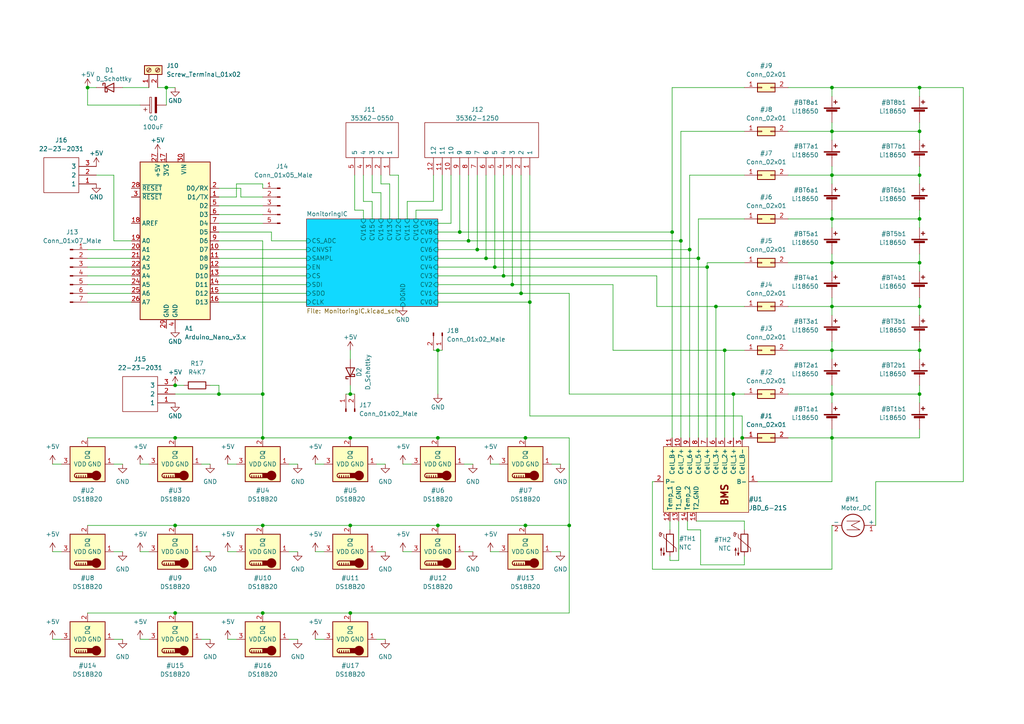
<source format=kicad_sch>
(kicad_sch (version 20211123) (generator eeschema)
  (paper "A4")
  (title_block (title "Lithium Battery Testbench") (date "2022-10-19") (rev "R02") (company "FHE / S7 Project 4 2022"))
  (lib_symbols
    (symbol "BMS:Lithium_BMS_3-10S"
      (property "Reference" "U" (at 26.67 21.59 0))
      (property "Value" "Lithium_BMS_3-10S" (at 35.56 23.495 0))
      (symbol "Lithium_BMS_3-10S_0_0"
        (text "BMS" (at 20.32 24.13 0) (effects (font (size 2 2) bold)))
      )
      (symbol "Lithium_BMS_3-10S_1_1"
        (pin bidirectional line (at 16.51 33.655 270) (length 2.54) (name "B-") (number "1"))
        (pin input line (at 3.81 11.43 0) (length 2.54) (name "Cell_7+") (number "10"))
        (pin input line (at 3.81 8.89 0) (length 2.54) (name "Cell_B+") (number "11"))
        (pin output line (at 27.94 8.255 180) (length 2.54) (name "Temp_1") (number "12"))
        (pin input line (at 27.94 10.795 180) (length 2.54) (name "T1_GND") (number "13"))
        (pin output line (at 27.94 13.335 180) (length 2.54) (name "Temp_2") (number "14"))
        (pin input line (at 27.94 15.875 180) (length 2.54) (name "T2_GND") (number "15"))
        (pin bidirectional line (at 16.51 3.81 90) (length 2.54) (name "P-") (number "2"))
        (pin input line (at 3.81 29.21 0) (length 2.54) (name "Cell_B-") (number "3"))
        (pin input line (at 3.81 26.67 0) (length 2.54) (name "Cell_1+") (number "4"))
        (pin input line (at 3.81 24.13 0) (length 2.54) (name "Cell_2+") (number "5"))
        (pin input line (at 3.81 21.59 0) (length 2.54) (name "Cell_3+") (number "6"))
        (pin input line (at 3.81 19.05 0) (length 2.54) (name "Cell_4+") (number "7"))
        (pin input line (at 3.81 16.51 0) (length 2.54) (name "Cell_5+") (number "8"))
        (pin input line (at 3.81 13.97 0) (length 2.54) (name "Cell_6+") (number "9"))
      )
    )
    (symbol "Connector:Conn_01x02_Male" (pin_names (offset 1.016) hide)
      (property "Reference" "J" (at 0 2.54 0))
      (property "Value" "Conn_01x02_Male" (at 0 -5.08 0))
      (symbol "Conn_01x02_Male_1_1"
        (pin passive line (at 5.08 0 180) (length 3.81) (name "Pin_1") (number "1"))
        (pin passive line (at 5.08 -2.54 180) (length 3.81) (name "Pin_2") (number "2"))
      )
    )
    (symbol "Connector:Conn_01x05_Male" (pin_names (offset 1.016) hide)
      (property "Reference" "J" (at 0 7.62 0))
      (property "Value" "Conn_01x05_Male" (at 0 -7.62 0))
      (symbol "Conn_01x05_Male_1_1"
        (pin passive line (at 5.08 5.08 180) (length 3.81) (name "Pin_1") (number "1"))
        (pin passive line (at 5.08 2.54 180) (length 3.81) (name "Pin_2") (number "2"))
        (pin passive line (at 5.08 0 180) (length 3.81) (name "Pin_3") (number "3"))
        (pin passive line (at 5.08 -2.54 180) (length 3.81) (name "Pin_4") (number "4"))
        (pin passive line (at 5.08 -5.08 180) (length 3.81) (name "Pin_5") (number "5"))
      )
    )
    (symbol "Connector:Conn_01x07_Male" (pin_names (offset 1.016) hide)
      (property "Reference" "J" (at 0 10.16 0))
      (property "Value" "Conn_01x07_Male" (at 0 -10.16 0))
      (symbol "Conn_01x07_Male_1_1"
        (pin passive line (at 5.08 7.62 180) (length 3.81) (name "Pin_1") (number "1"))
        (pin passive line (at 5.08 5.08 180) (length 3.81) (name "Pin_2") (number "2"))
        (pin passive line (at 5.08 2.54 180) (length 3.81) (name "Pin_3") (number "3"))
        (pin passive line (at 5.08 0 180) (length 3.81) (name "Pin_4") (number "4"))
        (pin passive line (at 5.08 -2.54 180) (length 3.81) (name "Pin_5") (number "5"))
        (pin passive line (at 5.08 -5.08 180) (length 3.81) (name "Pin_6") (number "6"))
        (pin passive line (at 5.08 -7.62 180) (length 3.81) (name "Pin_7") (number "7"))
      )
    )
    (symbol "Connector:Screw_Terminal_01x02" (pin_names (offset 1.016) hide)
      (property "Reference" "J" (at 0 2.54 0))
      (property "Value" "Screw_Terminal_01x02" (at 0 -5.08 0))
      (symbol "Screw_Terminal_01x02_1_1"
        (pin passive line (at -5.08 0 0) (length 3.81) (name "Pin_1") (number "1"))
        (pin passive line (at -5.08 -2.54 0) (length 3.81) (name "Pin_2") (number "2"))
      )
    )
    (symbol "Connector_Generic:Conn_02x01" (pin_names (offset 1.016) hide)
      (property "Reference" "J" (at 1.27 2.54 0))
      (property "Value" "Conn_02x01" (at 1.27 -2.54 0))
      (symbol "Conn_02x01_1_1"
        (pin passive line (at -5.08 0 0) (length 3.81) (name "Pin_1") (number "1"))
        (pin passive line (at 7.62 0 180) (length 3.81) (name "Pin_2") (number "2"))
      )
    )
    (symbol "Device:Battery_Cell" (pin_numbers hide) (pin_names (offset 0) hide)
      (property "Reference" "BT" (at 2.54 2.54 0))
      (property "Value" "Battery_Cell" (at 2.54 0 0))
      (symbol "Battery_Cell_1_1"
        (pin passive line (at 0 5.08 270) (length 2.54) (name "+") (number "1"))
        (pin passive line (at 0 -2.54 90) (length 2.54) (name "-") (number "2"))
      )
    )
    (symbol "Device:C_Polarized" (pin_numbers hide) (pin_names (offset 0.254))
      (property "Reference" "C" (at 0.635 2.54 0))
      (property "Value" "C_Polarized" (at 0.635 -2.54 0))
      (symbol "C_Polarized_1_1"
        (pin passive line (at 0 3.81 270) (length 2.794) (name "~") (number "1"))
        (pin passive line (at 0 -3.81 90) (length 2.794) (name "~") (number "2"))
      )
    )
    (symbol "Device:D_Schottky" (pin_numbers hide) (pin_names (offset 1.016) hide)
      (property "Reference" "D" (at 0 2.54 0))
      (property "Value" "D_Schottky" (at 0 -2.54 0))
      (symbol "D_Schottky_1_1"
        (pin passive line (at -3.81 0 0) (length 2.54) (name "K") (number "1"))
        (pin passive line (at 3.81 0 180) (length 2.54) (name "A") (number "2"))
      )
    )
    (symbol "Device:R" (pin_numbers hide) (pin_names (offset 0))
      (property "Reference" "R" (at 2.032 0 90))
      (property "Value" "R" (at 0 0 90))
      (symbol "R_1_1"
        (pin passive line (at 0 3.81 270) (length 1.27) (name "~") (number "1"))
        (pin passive line (at 0 -3.81 90) (length 1.27) (name "~") (number "2"))
      )
    )
    (symbol "Device:Thermistor_NTC" (pin_numbers hide) (pin_names (offset 0))
      (property "Reference" "TH" (at -4.445 0 90))
      (property "Value" "Thermistor_NTC" (at 3.175 0 90))
      (symbol "Thermistor_NTC_1_1"
        (pin passive line (at 0 3.81 270) (length 1.27) (name "~") (number "1"))
        (pin passive line (at 0 -3.81 90) (length 1.27) (name "~") (number "2"))
      )
    )
    (symbol "MCU_Module:Arduino_Nano_v3.x"
      (property "Reference" "A" (at -10.16 23.495 0))
      (property "Value" "Arduino_Nano_v3.x" (at 5.08 -24.13 0))
      (symbol "Arduino_Nano_v3.x_1_1"
        (pin bidirectional line (at -12.7 12.7 0) (length 2.54) (name "D1/TX") (number "1"))
        (pin bidirectional line (at -12.7 -2.54 0) (length 2.54) (name "D7") (number "10"))
        (pin bidirectional line (at -12.7 -5.08 0) (length 2.54) (name "D8") (number "11"))
        (pin bidirectional line (at -12.7 -7.62 0) (length 2.54) (name "D9") (number "12"))
        (pin bidirectional line (at -12.7 -10.16 0) (length 2.54) (name "D10") (number "13"))
        (pin bidirectional line (at -12.7 -12.7 0) (length 2.54) (name "D11") (number "14"))
        (pin bidirectional line (at -12.7 -15.24 0) (length 2.54) (name "D12") (number "15"))
        (pin bidirectional line (at -12.7 -17.78 0) (length 2.54) (name "D13") (number "16"))
        (pin power_out line (at 2.54 25.4 270) (length 2.54) (name "3V3") (number "17"))
        (pin input line (at 12.7 5.08 180) (length 2.54) (name "AREF") (number "18"))
        (pin bidirectional line (at 12.7 0 180) (length 2.54) (name "A0") (number "19"))
        (pin bidirectional line (at -12.7 15.24 0) (length 2.54) (name "D0/RX") (number "2"))
        (pin bidirectional line (at 12.7 -2.54 180) (length 2.54) (name "A1") (number "20"))
        (pin bidirectional line (at 12.7 -5.08 180) (length 2.54) (name "A2") (number "21"))
        (pin bidirectional line (at 12.7 -7.62 180) (length 2.54) (name "A3") (number "22"))
        (pin bidirectional line (at 12.7 -10.16 180) (length 2.54) (name "A4") (number "23"))
        (pin bidirectional line (at 12.7 -12.7 180) (length 2.54) (name "A5") (number "24"))
        (pin bidirectional line (at 12.7 -15.24 180) (length 2.54) (name "A6") (number "25"))
        (pin bidirectional line (at 12.7 -17.78 180) (length 2.54) (name "A7") (number "26"))
        (pin power_out line (at 5.08 25.4 270) (length 2.54) (name "+5V") (number "27"))
        (pin input line (at 12.7 15.24 180) (length 2.54) (name "~{RESET}") (number "28"))
        (pin power_in line (at 2.54 -25.4 90) (length 2.54) (name "GND") (number "29"))
        (pin input line (at 12.7 12.7 180) (length 2.54) (name "~{RESET}") (number "3"))
        (pin power_in line (at -2.54 25.4 270) (length 2.54) (name "VIN") (number "30"))
        (pin power_in line (at 0 -25.4 90) (length 2.54) (name "GND") (number "4"))
        (pin bidirectional line (at -12.7 10.16 0) (length 2.54) (name "D2") (number "5"))
        (pin bidirectional line (at -12.7 7.62 0) (length 2.54) (name "D3") (number "6"))
        (pin bidirectional line (at -12.7 5.08 0) (length 2.54) (name "D4") (number "7"))
        (pin bidirectional line (at -12.7 2.54 0) (length 2.54) (name "D5") (number "8"))
        (pin bidirectional line (at -12.7 0 0) (length 2.54) (name "D6") (number "9"))
      )
    )
    (symbol "Motor:Motor_DC" (pin_names (offset 0))
      (property "Reference" "M" (at 2.54 2.54 0))
      (property "Value" "Motor_DC" (at 2.54 -5.08 0))
      (symbol "Motor_DC_1_1"
        (pin passive line (at 0 5.08 270) (length 2.54) (name "+") (number "1"))
        (pin passive line (at 0 -7.62 90) (length 2.54) (name "-") (number "2"))
      )
    )
    (symbol "SamacSys_Parts:22-23-2031" (pin_names (offset 0.762))
      (property "Reference" "J" (at 16.51 7.62 0))
      (property "Value" "22-23-2031" (at 16.51 5.08 0))
      (symbol "22-23-2031_0_0"
        (pin passive line (at 0 0 0) (length 5.08) (name "1") (number "1"))
        (pin passive line (at 0 -2.54 0) (length 5.08) (name "2") (number "2"))
        (pin passive line (at 0 -5.08 0) (length 5.08) (name "3") (number "3"))
      )
    )
    (symbol "SamacSys_Parts:35362-0550" (pin_names (offset 0.762))
      (property "Reference" "J" (at 16.51 7.62 0))
      (property "Value" "35362-0550" (at 16.51 5.08 0))
      (symbol "35362-0550_0_0"
        (pin passive line (at 0 0 0) (length 5.08) (name "1") (number "1"))
        (pin passive line (at 0 -2.54 0) (length 5.08) (name "2") (number "2"))
        (pin passive line (at 0 -5.08 0) (length 5.08) (name "3") (number "3"))
        (pin passive line (at 0 -7.62 0) (length 5.08) (name "4") (number "4"))
        (pin passive line (at 0 -10.16 0) (length 5.08) (name "5") (number "5"))
      )
    )
    (symbol "SamacSys_Parts:35362-1250" (pin_names (offset 0.762))
      (property "Reference" "J" (at 16.51 7.62 0))
      (property "Value" "35362-1250" (at 16.51 5.08 0))
      (symbol "35362-1250_0_0"
        (pin passive line (at 0 -27.94 0) (length 5.08) (name "1") (number "1"))
        (pin passive line (at 0 -5.08 0) (length 5.08) (name "10") (number "10"))
        (pin passive line (at 0 -2.54 0) (length 5.08) (name "11") (number "11"))
        (pin passive line (at 0 0 0) (length 5.08) (name "12") (number "12"))
        (pin passive line (at 0 -25.4 0) (length 5.08) (name "2") (number "2"))
        (pin passive line (at 0 -22.86 0) (length 5.08) (name "3") (number "3"))
        (pin passive line (at 0 -20.32 0) (length 5.08) (name "4") (number "4"))
        (pin passive line (at 0 -17.78 0) (length 5.08) (name "5") (number "5"))
        (pin passive line (at 0 -15.24 0) (length 5.08) (name "6") (number "6"))
        (pin passive line (at 0 -12.7 0) (length 5.08) (name "7") (number "7"))
        (pin passive line (at 0 -10.16 0) (length 5.08) (name "8") (number "8"))
        (pin passive line (at 0 -7.62 0) (length 5.08) (name "9") (number "9"))
      )
    )
    (symbol "Sensor_Temperature:DS18B20" (pin_names (offset 1.016))
      (property "Reference" "U" (at -3.81 6.35 0))
      (property "Value" "DS18B20" (at 6.35 6.35 0))
      (symbol "DS18B20_1_1"
        (pin power_in line (at 0 -7.62 90) (length 2.54) (name "GND") (number "1"))
        (pin bidirectional line (at 7.62 0 180) (length 2.54) (name "DQ") (number "2"))
        (pin power_in line (at 0 7.62 270) (length 2.54) (name "VDD") (number "3"))
      )
    )
    (symbol "power:+5V" (power) (pin_names (offset 0))
      (property "Value" "+5V" (at 0 3.556 0))
      (symbol "+5V_1_1"
        (pin power_in line (at 0 0 90) (length 0) hide (name "+5V") (number "1"))
      )
    )
    (symbol "power:GND" (power) (pin_names (offset 0))
      (property "Value" "GND" (at 0 -3.81 0))
      (symbol "GND_1_1"
        (pin power_in line (at 0 0 270) (length 0) hide (name "GND") (number "1"))
      )
    )
  )
  (junction (at 101.6 177.8))
  (junction (at 212.725 114.3))
  (junction (at 127 127))
  (junction (at 241.3 76.2))
  (junction (at 50.8 111.76))
  (junction (at 207.645 88.9))
  (junction (at 76.2 177.8))
  (junction (at 101.6 127))
  (junction (at 152.4 127))
  (junction (at 266.7 25.4))
  (junction (at 63.5 114.3))
  (junction (at 241.3 88.9))
  (junction (at 140.97 74.93))
  (junction (at 215.265 127))
  (junction (at 266.7 101.6))
  (junction (at 135.89 69.85))
  (junction (at 148.59 82.55))
  (junction (at 241.3 38.1))
  (junction (at 50.8 152.4))
  (junction (at 143.51 77.47))
  (junction (at 266.7 114.3))
  (junction (at 202.565 74.93))
  (junction (at 205.105 77.47))
  (junction (at 266.7 38.1))
  (junction (at 165.1 152.4))
  (junction (at 266.7 76.2))
  (junction (at 151.13 85.09))
  (junction (at 266.7 63.5))
  (junction (at 241.3 127))
  (junction (at 138.43 72.39))
  (junction (at 210.185 101.6))
  (junction (at 76.2 127))
  (junction (at 241.3 114.3))
  (junction (at 127 152.4))
  (junction (at 101.6 152.4))
  (junction (at 266.7 50.8))
  (junction (at 50.8 127))
  (junction (at 133.35 67.31))
  (junction (at 241.3 101.6))
  (junction (at 127 101.6))
  (junction (at 153.67 87.63))
  (junction (at 50.8 177.8))
  (junction (at 76.2 152.4))
  (junction (at 200.025 72.39))
  (junction (at 146.05 80.01))
  (junction (at 241.3 63.5))
  (junction (at 25.4 25.4))
  (junction (at 152.4 152.4))
  (junction (at 76.2 114.3))
  (junction (at 241.3 50.8))
  (junction (at 241.3 25.4))
  (junction (at 48.26 25.4))
  (junction (at 197.485 69.85))
  (junction (at 101.6 114.3))
  (junction (at 194.945 67.31))
  (junction (at 266.7 88.9))
  (wire (pts (xy 177.8 101.6) (xy 177.8 82.55)))
  (wire (pts (xy 210.185 101.6) (xy 177.8 101.6)))
  (wire (pts (xy 200.025 50.8) (xy 200.025 72.39)))
  (wire (pts (xy 63.5 59.69) (xy 76.2 59.69)))
  (wire (pts (xy 266.7 48.26) (xy 266.7 50.8)))
  (wire (pts (xy 127 101.6) (xy 127 114.3)))
  (wire (pts (xy 138.43 72.39) (xy 200.025 72.39)))
  (wire (pts (xy 241.3 127) (xy 266.7 127)))
  (wire (pts (xy 241.3 139.7) (xy 241.3 127)))
  (wire (pts (xy 101.6 114.3) (xy 102.87 114.3)))
  (wire (pts (xy 205.105 127) (xy 205.105 77.47)))
  (wire (pts (xy 125.73 101.6) (xy 127 101.6)))
  (wire (pts (xy 45.72 25.4) (xy 48.26 25.4)))
  (wire (pts (xy 76.2 69.85) (xy 63.5 69.85)))
  (wire (pts (xy 202.565 74.93) (xy 202.565 127)))
  (wire (pts (xy 203.2 153.67) (xy 203.2 163.83)))
  (wire (pts (xy 254 139.7) (xy 279.4 139.7)))
  (wire (pts (xy 118.11 58.42) (xy 118.11 63.5)))
  (wire (pts (xy 228.6 25.4) (xy 241.3 25.4)))
  (wire (pts (xy 140.97 74.93) (xy 127 74.93)))
  (wire (pts (xy 140.97 50.8) (xy 140.97 74.93)))
  (wire (pts (xy 116.84 160.02) (xy 119.38 160.02)))
  (wire (pts (xy 241.3 25.4) (xy 266.7 25.4)))
  (wire (pts (xy 25.4 127) (xy 50.8 127)))
  (wire (pts (xy 152.4 152.4) (xy 165.1 152.4)))
  (wire (pts (xy 202.565 63.5) (xy 202.565 74.93)))
  (wire (pts (xy 91.44 185.42) (xy 93.98 185.42)))
  (wire (pts (xy 128.27 60.96) (xy 120.65 60.96)))
  (wire (pts (xy 133.35 67.31) (xy 194.945 67.31)))
  (wire (pts (xy 15.24 134.62) (xy 17.78 134.62)))
  (wire (pts (xy 228.6 76.2) (xy 241.3 76.2)))
  (wire (pts (xy 190.5 88.9) (xy 190.5 80.01)))
  (wire (pts (xy 83.82 185.42) (xy 86.36 185.42)))
  (wire (pts (xy 109.22 134.62) (xy 111.76 134.62)))
  (wire (pts (xy 27.94 50.8) (xy 33.02 50.8)))
  (wire (pts (xy 241.3 114.3) (xy 266.7 114.3)))
  (wire (pts (xy 125.73 58.42) (xy 118.11 58.42)))
  (wire (pts (xy 219.71 139.7) (xy 241.3 139.7)))
  (wire (pts (xy 133.35 67.31) (xy 127 67.31)))
  (wire (pts (xy 241.3 124.46) (xy 241.3 127)))
  (wire (pts (xy 25.4 152.4) (xy 50.8 152.4)))
  (wire (pts (xy 76.2 152.4) (xy 101.6 152.4)))
  (wire (pts (xy 203.2 163.83) (xy 215.9 163.83)))
  (wire (pts (xy 25.4 80.01) (xy 38.1 80.01)))
  (wire (pts (xy 25.4 30.48) (xy 25.4 25.4)))
  (wire (pts (xy 160.02 134.62) (xy 162.56 134.62)))
  (wire (pts (xy 207.645 127) (xy 207.645 88.9)))
  (wire (pts (xy 127 127) (xy 152.4 127)))
  (wire (pts (xy 266.7 63.5) (xy 266.7 66.04)))
  (wire (pts (xy 40.64 134.62) (xy 43.18 134.62)))
  (wire (pts (xy 91.44 160.02) (xy 93.98 160.02)))
  (wire (pts (xy 146.05 80.01) (xy 127 80.01)))
  (wire (pts (xy 101.6 127) (xy 127 127)))
  (wire (pts (xy 266.7 50.8) (xy 266.7 53.34)))
  (wire (pts (xy 133.35 50.8) (xy 133.35 67.31)))
  (wire (pts (xy 241.3 114.3) (xy 241.3 116.84)))
  (wire (pts (xy 69.85 57.15) (xy 76.2 57.15)))
  (wire (pts (xy 194.945 67.31) (xy 194.945 25.4)))
  (wire (pts (xy 241.3 50.8) (xy 241.3 53.34)))
  (wire (pts (xy 130.81 50.8) (xy 130.81 64.77)))
  (wire (pts (xy 199.39 153.67) (xy 203.2 153.67)))
  (wire (pts (xy 241.3 63.5) (xy 266.7 63.5)))
  (wire (pts (xy 76.2 177.8) (xy 101.6 177.8)))
  (wire (pts (xy 135.89 69.85) (xy 127 69.85)))
  (wire (pts (xy 125.73 50.8) (xy 125.73 58.42)))
  (wire (pts (xy 66.04 185.42) (xy 68.58 185.42)))
  (wire (pts (xy 107.95 50.8) (xy 107.95 55.88)))
  (wire (pts (xy 228.6 127) (xy 241.3 127)))
  (wire (pts (xy 228.6 101.6) (xy 241.3 101.6)))
  (wire (pts (xy 63.5 72.39) (xy 88.9 72.39)))
  (wire (pts (xy 207.645 88.9) (xy 215.9 88.9)))
  (wire (pts (xy 153.67 120.65) (xy 153.67 87.63)))
  (wire (pts (xy 25.4 74.93) (xy 38.1 74.93)))
  (wire (pts (xy 194.945 25.4) (xy 215.9 25.4)))
  (wire (pts (xy 134.62 134.62) (xy 137.16 134.62)))
  (wire (pts (xy 33.02 185.42) (xy 35.56 185.42)))
  (wire (pts (xy 228.6 50.8) (xy 241.3 50.8)))
  (wire (pts (xy 40.64 160.02) (xy 43.18 160.02)))
  (wire (pts (xy 254 152.4) (xy 254 139.7)))
  (wire (pts (xy 241.3 101.6) (xy 266.7 101.6)))
  (wire (pts (xy 215.265 127) (xy 215.9 127)))
  (wire (pts (xy 135.89 50.8) (xy 135.89 69.85)))
  (wire (pts (xy 15.24 185.42) (xy 17.78 185.42)))
  (wire (pts (xy 63.5 64.77) (xy 76.2 64.77)))
  (wire (pts (xy 160.02 160.02) (xy 162.56 160.02)))
  (wire (pts (xy 102.87 60.96) (xy 105.41 60.96)))
  (wire (pts (xy 228.6 114.3) (xy 241.3 114.3)))
  (wire (pts (xy 196.85 162.56) (xy 194.31 162.56)))
  (wire (pts (xy 241.3 38.1) (xy 266.7 38.1)))
  (wire (pts (xy 241.3 50.8) (xy 266.7 50.8)))
  (wire (pts (xy 58.42 134.62) (xy 60.96 134.62)))
  (wire (pts (xy 205.105 77.47) (xy 205.105 76.2)))
  (wire (pts (xy 63.5 80.01) (xy 88.9 80.01)))
  (wire (pts (xy 107.95 58.42) (xy 107.95 63.5)))
  (wire (pts (xy 25.4 77.47) (xy 38.1 77.47)))
  (wire (pts (xy 189.23 165.1) (xy 189.23 139.7)))
  (wire (pts (xy 241.3 38.1) (xy 241.3 40.64)))
  (wire (pts (xy 215.265 120.65) (xy 215.265 127)))
  (wire (pts (xy 190.5 80.01) (xy 146.05 80.01)))
  (wire (pts (xy 228.6 38.1) (xy 241.3 38.1)))
  (wire (pts (xy 78.74 69.85) (xy 88.9 69.85)))
  (wire (pts (xy 212.725 114.3) (xy 165.1 114.3)))
  (wire (pts (xy 68.58 53.34) (xy 76.2 53.34)))
  (wire (pts (xy 266.7 60.96) (xy 266.7 63.5)))
  (wire (pts (xy 241.3 86.36) (xy 241.3 88.9)))
  (wire (pts (xy 91.44 134.62) (xy 93.98 134.62)))
  (wire (pts (xy 25.4 85.09) (xy 38.1 85.09)))
  (wire (pts (xy 25.4 25.4) (xy 27.94 25.4)))
  (wire (pts (xy 197.485 69.85) (xy 197.485 127)))
  (wire (pts (xy 241.3 165.1) (xy 241.3 152.4)))
  (wire (pts (xy 50.8 127) (xy 76.2 127)))
  (wire (pts (xy 266.7 76.2) (xy 266.7 78.74)))
  (wire (pts (xy 207.645 88.9) (xy 190.5 88.9)))
  (wire (pts (xy 33.02 134.62) (xy 35.56 134.62)))
  (wire (pts (xy 196.85 151.13) (xy 196.85 162.56)))
  (wire (pts (xy 142.24 160.02) (xy 144.78 160.02)))
  (wire (pts (xy 197.485 38.1) (xy 197.485 69.85)))
  (wire (pts (xy 101.6 114.3) (xy 100.33 114.3)))
  (wire (pts (xy 138.43 50.8) (xy 138.43 72.39)))
  (wire (pts (xy 101.6 152.4) (xy 127 152.4)))
  (wire (pts (xy 63.5 87.63) (xy 88.9 87.63)))
  (wire (pts (xy 101.6 111.76) (xy 101.6 114.3)))
  (wire (pts (xy 241.3 99.06) (xy 241.3 101.6)))
  (wire (pts (xy 241.3 60.96) (xy 241.3 63.5)))
  (wire (pts (xy 78.74 67.31) (xy 78.74 69.85)))
  (wire (pts (xy 63.5 62.23) (xy 76.2 62.23)))
  (wire (pts (xy 50.8 111.76) (xy 53.34 111.76)))
  (wire (pts (xy 76.2 114.3) (xy 76.2 127)))
  (wire (pts (xy 177.8 82.55) (xy 148.59 82.55)))
  (wire (pts (xy 143.51 50.8) (xy 143.51 77.47)))
  (wire (pts (xy 40.64 30.48) (xy 25.4 30.48)))
  (wire (pts (xy 134.62 160.02) (xy 137.16 160.02)))
  (wire (pts (xy 35.56 25.4) (xy 43.18 25.4)))
  (wire (pts (xy 15.24 160.02) (xy 17.78 160.02)))
  (wire (pts (xy 241.3 76.2) (xy 266.7 76.2)))
  (wire (pts (xy 102.87 50.8) (xy 102.87 60.96)))
  (wire (pts (xy 153.67 87.63) (xy 127 87.63)))
  (wire (pts (xy 228.6 63.5) (xy 241.3 63.5)))
  (wire (pts (xy 215.265 120.65) (xy 153.67 120.65)))
  (wire (pts (xy 63.5 77.47) (xy 88.9 77.47)))
  (wire (pts (xy 105.41 60.96) (xy 105.41 63.5)))
  (wire (pts (xy 69.85 54.61) (xy 69.85 57.15)))
  (wire (pts (xy 197.485 38.1) (xy 215.9 38.1)))
  (wire (pts (xy 165.1 152.4) (xy 165.1 177.8)))
  (wire (pts (xy 146.05 50.8) (xy 146.05 80.01)))
  (wire (pts (xy 60.96 111.76) (xy 63.5 111.76)))
  (wire (pts (xy 194.31 151.13) (xy 194.31 153.67)))
  (wire (pts (xy 50.8 114.3) (xy 63.5 114.3)))
  (wire (pts (xy 266.7 127) (xy 266.7 124.46)))
  (wire (pts (xy 113.03 53.34) (xy 113.03 63.5)))
  (wire (pts (xy 25.4 82.55) (xy 38.1 82.55)))
  (wire (pts (xy 105.41 50.8) (xy 105.41 58.42)))
  (wire (pts (xy 241.3 88.9) (xy 241.3 91.44)))
  (wire (pts (xy 266.7 88.9) (xy 266.7 91.44)))
  (wire (pts (xy 200.025 72.39) (xy 200.025 127)))
  (wire (pts (xy 66.04 134.62) (xy 68.58 134.62)))
  (wire (pts (xy 148.59 50.8) (xy 148.59 82.55)))
  (wire (pts (xy 212.725 114.3) (xy 215.9 114.3)))
  (wire (pts (xy 241.3 63.5) (xy 241.3 66.04)))
  (wire (pts (xy 109.22 185.42) (xy 111.76 185.42)))
  (wire (pts (xy 116.84 134.62) (xy 119.38 134.62)))
  (wire (pts (xy 63.5 82.55) (xy 88.9 82.55)))
  (wire (pts (xy 266.7 38.1) (xy 266.7 40.64)))
  (wire (pts (xy 194.31 162.56) (xy 194.31 161.29)))
  (wire (pts (xy 63.5 85.09) (xy 88.9 85.09)))
  (wire (pts (xy 189.23 139.7) (xy 189.865 139.7)))
  (wire (pts (xy 210.185 101.6) (xy 215.9 101.6)))
  (wire (pts (xy 83.82 160.02) (xy 86.36 160.02)))
  (wire (pts (xy 241.3 76.2) (xy 241.3 78.74)))
  (wire (pts (xy 115.57 50.8) (xy 115.57 63.5)))
  (wire (pts (xy 66.04 160.02) (xy 68.58 160.02)))
  (wire (pts (xy 48.26 25.4) (xy 48.26 30.48)))
  (wire (pts (xy 63.5 74.93) (xy 88.9 74.93)))
  (wire (pts (xy 25.4 72.39) (xy 38.1 72.39)))
  (wire (pts (xy 140.97 74.93) (xy 202.565 74.93)))
  (wire (pts (xy 165.1 114.3) (xy 165.1 85.09)))
  (wire (pts (xy 197.485 69.85) (xy 135.89 69.85)))
  (wire (pts (xy 25.4 87.63) (xy 38.1 87.63)))
  (wire (pts (xy 201.93 151.13) (xy 215.9 151.13)))
  (wire (pts (xy 266.7 114.3) (xy 266.7 116.84)))
  (wire (pts (xy 127 101.6) (xy 128.27 101.6)))
  (wire (pts (xy 228.6 88.9) (xy 241.3 88.9)))
  (wire (pts (xy 113.03 50.8) (xy 115.57 50.8)))
  (wire (pts (xy 109.22 160.02) (xy 111.76 160.02)))
  (wire (pts (xy 241.3 111.76) (xy 241.3 114.3)))
  (wire (pts (xy 83.82 134.62) (xy 86.36 134.62)))
  (wire (pts (xy 63.5 67.31) (xy 78.74 67.31)))
  (wire (pts (xy 120.65 60.96) (xy 120.65 63.5)))
  (wire (pts (xy 130.81 64.77) (xy 127 64.77)))
  (wire (pts (xy 48.26 25.4) (xy 50.8 25.4)))
  (wire (pts (xy 127 152.4) (xy 152.4 152.4)))
  (wire (pts (xy 76.2 53.34) (xy 76.2 54.61)))
  (wire (pts (xy 40.64 185.42) (xy 43.18 185.42)))
  (wire (pts (xy 58.42 160.02) (xy 60.96 160.02)))
  (wire (pts (xy 266.7 35.56) (xy 266.7 38.1)))
  (wire (pts (xy 165.1 177.8) (xy 101.6 177.8)))
  (wire (pts (xy 50.8 152.4) (xy 76.2 152.4)))
  (wire (pts (xy 202.565 63.5) (xy 215.9 63.5)))
  (wire (pts (xy 165.1 152.4) (xy 165.1 127)))
  (wire (pts (xy 266.7 111.76) (xy 266.7 114.3)))
  (wire (pts (xy 33.02 69.85) (xy 38.1 69.85)))
  (wire (pts (xy 143.51 77.47) (xy 127 77.47)))
  (wire (pts (xy 279.4 25.4) (xy 266.7 25.4)))
  (wire (pts (xy 205.105 76.2) (xy 215.9 76.2)))
  (wire (pts (xy 266.7 25.4) (xy 266.7 27.94)))
  (wire (pts (xy 241.3 88.9) (xy 266.7 88.9)))
  (wire (pts (xy 63.5 57.15) (xy 68.58 57.15)))
  (wire (pts (xy 241.3 25.4) (xy 241.3 27.94)))
  (wire (pts (xy 266.7 99.06) (xy 266.7 101.6)))
  (wire (pts (xy 189.23 165.1) (xy 241.3 165.1)))
  (wire (pts (xy 76.2 127) (xy 101.6 127)))
  (wire (pts (xy 212.725 114.3) (xy 212.725 127)))
  (wire (pts (xy 200.025 50.8) (xy 215.9 50.8)))
  (wire (pts (xy 110.49 50.8) (xy 110.49 53.34)))
  (wire (pts (xy 266.7 101.6) (xy 266.7 104.14)))
  (wire (pts (xy 138.43 72.39) (xy 127 72.39)))
  (wire (pts (xy 266.7 88.9) (xy 266.7 86.36)))
  (wire (pts (xy 50.8 177.8) (xy 76.2 177.8)))
  (wire (pts (xy 241.3 48.26) (xy 241.3 50.8)))
  (wire (pts (xy 110.49 55.88) (xy 110.49 63.5)))
  (wire (pts (xy 266.7 73.66) (xy 266.7 76.2)))
  (wire (pts (xy 142.24 134.62) (xy 144.78 134.62)))
  (wire (pts (xy 153.67 50.8) (xy 153.67 87.63)))
  (wire (pts (xy 194.945 127) (xy 194.945 67.31)))
  (wire (pts (xy 279.4 139.7) (xy 279.4 25.4)))
  (wire (pts (xy 165.1 85.09) (xy 151.13 85.09)))
  (wire (pts (xy 143.51 77.47) (xy 205.105 77.47)))
  (wire (pts (xy 199.39 151.13) (xy 199.39 153.67)))
  (wire (pts (xy 105.41 58.42) (xy 107.95 58.42)))
  (wire (pts (xy 33.02 160.02) (xy 35.56 160.02)))
  (wire (pts (xy 151.13 50.8) (xy 151.13 85.09)))
  (wire (pts (xy 63.5 114.3) (xy 76.2 114.3)))
  (wire (pts (xy 165.1 127) (xy 152.4 127)))
  (wire (pts (xy 215.9 161.29) (xy 215.9 163.83)))
  (wire (pts (xy 151.13 85.09) (xy 127 85.09)))
  (wire (pts (xy 25.4 177.8) (xy 50.8 177.8)))
  (wire (pts (xy 58.42 185.42) (xy 60.96 185.42)))
  (wire (pts (xy 76.2 114.3) (xy 76.2 69.85)))
  (wire (pts (xy 33.02 50.8) (xy 33.02 69.85)))
  (wire (pts (xy 128.27 50.8) (xy 128.27 60.96)))
  (wire (pts (xy 241.3 35.56) (xy 241.3 38.1)))
  (wire (pts (xy 148.59 82.55) (xy 127 82.55)))
  (wire (pts (xy 215.9 151.13) (xy 215.9 153.67)))
  (wire (pts (xy 63.5 54.61) (xy 69.85 54.61)))
  (wire (pts (xy 241.3 73.66) (xy 241.3 76.2)))
  (wire (pts (xy 210.185 127) (xy 210.185 101.6)))
  (wire (pts (xy 107.95 55.88) (xy 110.49 55.88)))
  (wire (pts (xy 241.3 101.6) (xy 241.3 104.14)))
  (wire (pts (xy 110.49 53.34) (xy 113.03 53.34)))
  (wire (pts (xy 63.5 111.76) (xy 63.5 114.3)))
  (wire (pts (xy 68.58 57.15) (xy 68.58 53.34)))
  (wire (pts (xy 101.6 101.6) (xy 101.6 104.14)))
  (symbol (lib_id "MCU_Module:Arduino_Nano_v3.x") (at 50.8 69.85 0) (mirror y) (unit 1)
    (property "Reference" "A1" (at 53.5687 95.25 0) (effects (justify right)))
    (property "Value" "Arduino_Nano_v3.x" (at 53.5687 97.79 0) (effects (justify right)))
    (property "Footprint" "Module:Arduino_Nano" (effects hide))
    (property "Datasheet" "http://www.mouser.com/pdfdocs/Gravitech_Arduino_Nano3_0.pdf" (effects hide))
  )
  (symbol (lib_id "Connector_Generic:Conn_02x01") (at 220.98 63.5 0) (unit 1)
    (property "Reference" "#J6" (at 222.25 57.15 0))
    (property "Value" "Conn_02x01" (at 222.25 59.69 0))
  )
  (symbol (lib_id "Device:Battery_Cell") (at 266.7 121.92 0) (unit 1)
    (property "Reference" "#BT1b1" (at 262.89 118.6179 0) (effects (justify right)))
    (property "Value" "Li18650" (at 262.89 121.1579 0) (effects (justify right)))
  )
  (symbol (lib_id "power:GND") (at 60.96 134.62 0) (unit 1)
    (property "Reference" "#PWR0121" (effects hide))
    (property "Value" "GND" (at 60.96 139.7 0))
  )
  (symbol (lib_id "Connector:Conn_01x07_Male") (at 20.32 80.01 0) (unit 1)
    (property "Reference" "J13" (at 20.955 67.31 0))
    (property "Value" "Conn_01x07_Male" (at 20.955 69.85 0))
    (property "Footprint" "Connector_PinHeader_2.54mm:PinHeader_1x07_P2.54mm_Vertical" (effects hide))
  )
  (symbol (lib_id "SamacSys_Parts:35362-1250") (at 125.73 50.8 90) (unit 1)
    (property "Reference" "J12" (at 138.43 31.75 90))
    (property "Value" "35362-1250" (at 138.43 34.29 90))
    (property "Footprint" "SamacSys_Parts:353621250" (effects hide))
    (property "Datasheet" "https://www.molex.com/pdm_docs/sd/353621250_sd.pdf" (effects hide))
    (property "Description" "Headers & Wire Housings 12 Ckt Vert. Hdr. Sherlock W-T-B" (effects hide))
    (property "Height" "8.7" (effects hide))
    (property "Manufacturer_Name" "Molex" (effects hide))
    (property "Manufacturer_Part_Number" "35362-1250" (effects hide))
    (property "Mouser Part Number" "538-35362-1250" (effects hide))
    (property "Mouser Price/Stock" "https://www.mouser.co.uk/ProductDetail/Molex/35362-1250?qs=hKT1rQ23qvjLS3wcTx5tWQ%3D%3D" (effects hide))
  )
  (symbol (lib_id "Device:Battery_Cell") (at 266.7 71.12 0) (unit 1)
    (property "Reference" "#BT5b1" (at 262.89 67.8179 0) (effects (justify right)))
    (property "Value" "Li18650" (at 262.89 70.3579 0) (effects (justify right)))
  )
  (symbol (lib_id "SamacSys_Parts:35362-0550") (at 113.03 50.8 270) (mirror x) (unit 1)
    (property "Reference" "J11" (at 105.41 31.75 90) (effects (justify left)))
    (property "Value" "35362-0550" (at 101.6 34.29 90) (effects (justify left)))
    (property "Footprint" "SamacSys_Parts:SHDR5W50P0X200_1X5_1230X550X850P" (effects hide))
    (property "Datasheet" "https://datasheet.datasheetarchive.com/originals/distributors/SFDatasheet-1/sf-00031605.pdf" (effects hide))
    (property "Description" "Molex 35362 Series, 2mm Pitch 5 Way 1 Row Straight PCB Header, Solder Termination, 2A" (effects hide))
    (property "Height" "8.5" (effects hide))
    (property "Manufacturer_Name" "Molex" (effects hide))
    (property "Manufacturer_Part_Number" "35362-0550" (effects hide))
    (property "Mouser Part Number" "538-35362-0550" (effects hide))
    (property "Mouser Price/Stock" "https://www.mouser.co.uk/ProductDetail/Molex/35362-0550?qs=hKT1rQ23qvjdrcs3pLkKOQ%3D%3D" (effects hide))
  )
  (symbol (lib_id "Device:Battery_Cell") (at 266.7 33.02 0) (unit 1)
    (property "Reference" "#BT8b1" (at 262.89 29.7179 0) (effects (justify right)))
    (property "Value" "Li18650" (at 262.89 32.2579 0) (effects (justify right)))
  )
  (symbol (lib_id "Connector:Conn_01x02_Male") (at 100.33 119.38 90) (unit 1)
    (property "Reference" "J17" (at 104.14 117.4749 90) (effects (justify right)))
    (property "Value" "Conn_01x02_Male" (at 104.14 120.0149 90) (effects (justify right)))
    (property "Footprint" "Connector_PinHeader_2.54mm:PinHeader_1x02_P2.54mm_Vertical" (effects hide))
  )
  (symbol (lib_id "Sensor_Temperature:DS18B20") (at 152.4 134.62 90) (unit 1)
    (property "Reference" "#U7" (at 152.4 142.24 90))
    (property "Value" "DS18B20" (at 152.4 144.78 90))
    (property "Footprint" "Package_TO_SOT_THT:TO-92_Inline" (effects hide))
    (property "Datasheet" "http://datasheets.maximintegrated.com/en/ds/DS18B20.pdf" (effects hide))
  )
  (symbol (lib_id "Sensor_Temperature:DS18B20") (at 76.2 160.02 90) (unit 1)
    (property "Reference" "#U10" (at 76.2 167.64 90))
    (property "Value" "DS18B20" (at 76.2 170.18 90))
    (property "Footprint" "Package_TO_SOT_THT:TO-92_Inline" (effects hide))
    (property "Datasheet" "http://datasheets.maximintegrated.com/en/ds/DS18B20.pdf" (effects hide))
  )
  (symbol (lib_id "power:+5V") (at 40.64 185.42 0) (unit 1)
    (property "Reference" "#PWR0113" (effects hide))
    (property "Value" "+5V" (at 40.64 180.34 0))
  )
  (symbol (lib_id "power:+5V") (at 91.44 160.02 0) (unit 1)
    (property "Reference" "#PWR0126" (effects hide))
    (property "Value" "+5V" (at 91.44 154.94 0))
  )
  (symbol (lib_id "Sensor_Temperature:DS18B20") (at 101.6 185.42 90) (unit 1)
    (property "Reference" "#U17" (at 101.6 193.04 90))
    (property "Value" "DS18B20" (at 101.6 195.58 90))
    (property "Footprint" "Package_TO_SOT_THT:TO-92_Inline" (effects hide))
    (property "Datasheet" "http://datasheets.maximintegrated.com/en/ds/DS18B20.pdf" (effects hide))
  )
  (symbol (lib_id "Device:Battery_Cell") (at 241.3 96.52 0) (unit 1)
    (property "Reference" "#BT3a1" (at 237.49 93.2179 0) (effects (justify right)))
    (property "Value" "Li18650" (at 237.49 95.7579 0) (effects (justify right)))
  )
  (symbol (lib_id "power:+5V") (at 91.44 185.42 0) (unit 1)
    (property "Reference" "#PWR0131" (effects hide))
    (property "Value" "+5V" (at 91.44 180.34 0))
  )
  (symbol (lib_id "power:GND") (at 35.56 185.42 0) (unit 1)
    (property "Reference" "#PWR0114" (effects hide))
    (property "Value" "GND" (at 35.56 190.5 0))
  )
  (symbol (lib_id "power:GND") (at 137.16 160.02 0) (unit 1)
    (property "Reference" "#PWR0137" (effects hide))
    (property "Value" "GND" (at 137.16 165.1 0))
  )
  (symbol (lib_id "Sensor_Temperature:DS18B20") (at 76.2 134.62 90) (unit 1)
    (property "Reference" "#U4" (at 76.2 142.24 90))
    (property "Value" "DS18B20" (at 76.2 144.78 90))
    (property "Footprint" "Package_TO_SOT_THT:TO-92_Inline" (effects hide))
    (property "Datasheet" "http://datasheets.maximintegrated.com/en/ds/DS18B20.pdf" (effects hide))
  )
  (symbol (lib_id "Device:Battery_Cell") (at 266.7 58.42 0) (unit 1)
    (property "Reference" "#BT6b1" (at 262.89 55.1179 0) (effects (justify right)))
    (property "Value" "Li18650" (at 262.89 57.6579 0) (effects (justify right)))
  )
  (symbol (lib_id "power:GND") (at 35.56 160.02 0) (unit 1)
    (property "Reference" "#PWR0111" (effects hide))
    (property "Value" "GND" (at 35.56 165.1 0))
  )
  (symbol (lib_id "power:+5V") (at 116.84 134.62 0) (unit 1)
    (property "Reference" "#PWR0124" (effects hide))
    (property "Value" "+5V" (at 116.84 129.54 0))
  )
  (symbol (lib_id "Device:D_Schottky") (at 101.6 107.95 90) (unit 1)
    (property "Reference" "D2" (at 104.14 107.95 0))
    (property "Value" "D_Schottky" (at 106.68 107.95 0))
    (property "Footprint" "SamacSys_Parts:SOD2512X115N" (effects hide))
  )
  (symbol (lib_id "Device:Battery_Cell") (at 241.3 71.12 0) (unit 1)
    (property "Reference" "#BT5a1" (at 237.49 67.8179 0) (effects (justify right)))
    (property "Value" "Li18650" (at 237.49 70.3579 0) (effects (justify right)))
  )
  (symbol (lib_id "Device:Battery_Cell") (at 266.7 45.72 0) (unit 1)
    (property "Reference" "#BT7b1" (at 262.89 42.4179 0) (effects (justify right)))
    (property "Value" "Li18650" (at 262.89 44.9579 0) (effects (justify right)))
  )
  (symbol (lib_id "power:GND") (at 127 114.3 0) (unit 1)
    (property "Reference" "#PWR0129" (effects hide))
    (property "Value" "GND" (at 127 118.11 0))
  )
  (symbol (lib_id "power:+5V") (at 15.24 185.42 0) (unit 1)
    (property "Reference" "#PWR0116" (effects hide))
    (property "Value" "+5V" (at 15.24 180.34 0))
  )
  (symbol (lib_id "Device:Battery_Cell") (at 266.7 83.82 0) (unit 1)
    (property "Reference" "#BT4b1" (at 262.89 80.5179 0) (effects (justify right)))
    (property "Value" "Li18650" (at 262.89 83.0579 0) (effects (justify right)))
  )
  (symbol (lib_id "power:GND") (at 50.8 116.84 0) (unit 1)
    (property "Reference" "#PWR0141" (effects hide))
    (property "Value" "GND" (at 50.8 120.65 0))
  )
  (symbol (lib_id "power:+5V") (at 15.24 134.62 0) (unit 1)
    (property "Reference" "#PWR0118" (effects hide))
    (property "Value" "+5V" (at 15.24 129.54 0))
  )
  (symbol (lib_id "Device:Battery_Cell") (at 266.7 109.22 0) (unit 1)
    (property "Reference" "#BT2b1" (at 262.89 105.9179 0) (effects (justify right)))
    (property "Value" "Li18650" (at 262.89 108.4579 0) (effects (justify right)))
  )
  (symbol (lib_id "Connector:Conn_01x05_Male") (at 81.28 59.69 0) (mirror y) (unit 1)
    (property "Reference" "J14" (at 80.01 48.26 0) (effects (justify right)))
    (property "Value" "Conn_01x05_Male" (at 73.66 50.8 0) (effects (justify right)))
  )
  (symbol (lib_id "power:GND") (at 50.8 95.25 0) (unit 1)
    (property "Reference" "#PWR0139" (effects hide))
    (property "Value" "GND" (at 50.8 99.06 0))
  )
  (symbol (lib_id "power:+5V") (at 40.64 134.62 0) (unit 1)
    (property "Reference" "#PWR0117" (effects hide))
    (property "Value" "+5V" (at 40.64 129.54 0))
  )
  (symbol (lib_id "Device:Battery_Cell") (at 266.7 96.52 0) (unit 1)
    (property "Reference" "#BT3b1" (at 262.89 93.2179 0) (effects (justify right)))
    (property "Value" "Li18650" (at 262.89 95.7579 0) (effects (justify right)))
  )
  (symbol (lib_id "Sensor_Temperature:DS18B20") (at 101.6 160.02 90) (unit 1)
    (property "Reference" "#U11" (at 101.6 167.64 90))
    (property "Value" "DS18B20" (at 101.6 170.18 90))
    (property "Footprint" "Package_TO_SOT_THT:TO-92_Inline" (effects hide))
    (property "Datasheet" "http://datasheets.maximintegrated.com/en/ds/DS18B20.pdf" (effects hide))
  )
  (symbol (lib_id "Sensor_Temperature:DS18B20") (at 25.4 185.42 90) (unit 1)
    (property "Reference" "#U14" (at 25.4 193.04 90))
    (property "Value" "DS18B20" (at 25.4 195.58 90))
    (property "Footprint" "Package_TO_SOT_THT:TO-92_Inline" (effects hide))
    (property "Datasheet" "http://datasheets.maximintegrated.com/en/ds/DS18B20.pdf" (effects hide))
  )
  (symbol (lib_id "Sensor_Temperature:DS18B20") (at 127 134.62 90) (unit 1)
    (property "Reference" "#U6" (at 127 142.24 90))
    (property "Value" "DS18B20" (at 127 144.78 90))
    (property "Footprint" "Package_TO_SOT_THT:TO-92_Inline" (effects hide))
    (property "Datasheet" "http://datasheets.maximintegrated.com/en/ds/DS18B20.pdf" (effects hide))
  )
  (symbol (lib_id "power:+5V") (at 40.64 160.02 0) (unit 1)
    (property "Reference" "#PWR0112" (effects hide))
    (property "Value" "+5V" (at 40.64 154.94 0))
  )
  (symbol (lib_id "power:+5V") (at 142.24 160.02 0) (unit 1)
    (property "Reference" "#PWR0135" (effects hide))
    (property "Value" "+5V" (at 142.24 154.94 0))
  )
  (symbol (lib_id "Sensor_Temperature:DS18B20") (at 76.2 185.42 90) (unit 1)
    (property "Reference" "#U16" (at 76.2 193.04 90))
    (property "Value" "DS18B20" (at 76.2 195.58 90))
    (property "Footprint" "Package_TO_SOT_THT:TO-92_Inline" (effects hide))
    (property "Datasheet" "http://datasheets.maximintegrated.com/en/ds/DS18B20.pdf" (effects hide))
  )
  (symbol (lib_id "SamacSys_Parts:22-23-2031") (at 50.8 116.84 180) (unit 1)
    (property "Reference" "J15" (at 40.64 104.14 0))
    (property "Value" "22-23-2031" (at 40.64 106.68 0))
    (property "Footprint" "SamacSys_Parts:SHDR3W82P0X254_1X3_747X635X818P" (effects hide))
    (property "Datasheet" "http://www.molex.com/webdocs/datasheets/pdf/en-us//0022232031_PCB_HEADERS.pdf" (effects hide))
    (property "Description" "2.54mm,header,KK,vert,Sn,frictn lock,3w Molex KK 254 Series, Series Number 6373, 2.54mm Pitch 3 Way 1 Row Straight PCB Header, Through Hole, Solder Termination" (effects hide))
    (property "Height" "8.18" (effects hide))
    (property "Manufacturer_Name" "Molex" (effects hide))
    (property "Manufacturer_Part_Number" "22-23-2031" (effects hide))
    (property "Mouser Part Number" "538-22-23-2031" (effects hide))
    (property "Mouser Price/Stock" "https://www.mouser.co.uk/ProductDetail/Molex/22-23-2031?qs=ILqg114nvd41XyIAFDpXfw%3D%3D" (effects hide))
  )
  (symbol (lib_id "power:+5V") (at 142.24 134.62 0) (unit 1)
    (property "Reference" "#PWR0128" (effects hide))
    (property "Value" "+5V" (at 142.24 129.54 0))
  )
  (symbol (lib_id "power:GND") (at 86.36 160.02 0) (unit 1)
    (property "Reference" "#PWR0127" (effects hide))
    (property "Value" "GND" (at 86.36 165.1 0))
  )
  (symbol (lib_id "power:GND") (at 162.56 160.02 0) (unit 1)
    (property "Reference" "#PWR0142" (effects hide))
    (property "Value" "GND" (at 162.56 165.1 0))
  )
  (symbol (lib_id "Device:Thermistor_NTC") (at 215.9 157.48 0) (unit 1)
    (property "Reference" "#TH2" (at 212.09 156.5274 0) (effects (justify right)))
    (property "Value" "NTC" (at 212.09 159.0674 0) (effects (justify right)))
  )
  (symbol (lib_id "Sensor_Temperature:DS18B20") (at 50.8 134.62 90) (unit 1)
    (property "Reference" "#U3" (at 50.8 142.24 90))
    (property "Value" "DS18B20" (at 50.8 144.78 90))
    (property "Footprint" "Package_TO_SOT_THT:TO-92_Inline" (effects hide))
    (property "Datasheet" "http://datasheets.maximintegrated.com/en/ds/DS18B20.pdf" (effects hide))
  )
  (symbol (lib_id "power:GND") (at 111.76 160.02 0) (unit 1)
    (property "Reference" "#PWR0134" (effects hide))
    (property "Value" "GND" (at 111.76 165.1 0))
  )
  (symbol (lib_id "Device:Battery_Cell") (at 241.3 33.02 0) (unit 1)
    (property "Reference" "#BT8a1" (at 237.49 29.7179 0) (effects (justify right)))
    (property "Value" "Li18650" (at 237.49 32.2579 0) (effects (justify right)))
  )
  (symbol (lib_id "power:GND") (at 60.96 185.42 0) (unit 1)
    (property "Reference" "#PWR0107" (effects hide))
    (property "Value" "GND" (at 60.96 190.5 0))
  )
  (symbol (lib_id "power:+5V") (at 45.72 44.45 0) (unit 1)
    (property "Reference" "#PWR0101" (effects hide))
    (property "Value" "+5V" (at 45.72 40.64 0))
  )
  (symbol (lib_id "power:GND") (at 137.16 134.62 0) (unit 1)
    (property "Reference" "#PWR0130" (effects hide))
    (property "Value" "GND" (at 137.16 139.7 0))
  )
  (symbol (lib_id "SamacSys_Parts:22-23-2031") (at 27.94 53.34 180) (unit 1)
    (property "Reference" "J16" (at 17.78 40.64 0))
    (property "Value" "22-23-2031" (at 17.78 43.18 0))
    (property "Footprint" "SamacSys_Parts:SHDR3W82P0X254_1X3_747X635X818P" (effects hide))
    (property "Datasheet" "http://www.molex.com/webdocs/datasheets/pdf/en-us//0022232031_PCB_HEADERS.pdf" (effects hide))
    (property "Description" "2.54mm,header,KK,vert,Sn,frictn lock,3w Molex KK 254 Series, Series Number 6373, 2.54mm Pitch 3 Way 1 Row Straight PCB Header, Through Hole, Solder Termination" (effects hide))
    (property "Height" "8.18" (effects hide))
    (property "Manufacturer_Name" "Molex" (effects hide))
    (property "Manufacturer_Part_Number" "22-23-2031" (effects hide))
    (property "Mouser Part Number" "538-22-23-2031" (effects hide))
    (property "Mouser Price/Stock" "https://www.mouser.co.uk/ProductDetail/Molex/22-23-2031?qs=ILqg114nvd41XyIAFDpXfw%3D%3D" (effects hide))
  )
  (symbol (lib_id "BMS:Lithium_BMS_3-10S") (at 186.055 123.19 270) (unit 1)
    (property "Reference" "#U1" (at 217.17 144.78 90) (effects (justify left)))
    (property "Value" "JBD_6-21S" (at 217.17 147.32 90) (effects (justify left)))
  )
  (symbol (lib_id "power:+5V") (at 66.04 160.02 0) (unit 1)
    (property "Reference" "#PWR0109" (effects hide))
    (property "Value" "+5V" (at 66.04 154.94 0))
  )
  (symbol (lib_id "power:GND") (at 116.84 88.9 0) (unit 1)
    (property "Reference" "#PWR0106" (effects hide))
    (property "Value" "GND" (at 116.84 92.71 0))
  )
  (symbol (lib_id "Device:Battery_Cell") (at 241.3 45.72 0) (unit 1)
    (property "Reference" "#BT7a1" (at 237.49 42.4179 0) (effects (justify right)))
    (property "Value" "Li18650" (at 237.49 44.9579 0) (effects (justify right)))
  )
  (symbol (lib_id "Device:Battery_Cell") (at 241.3 58.42 0) (unit 1)
    (property "Reference" "#BT6a1" (at 237.49 55.1179 0) (effects (justify right)))
    (property "Value" "Li18650" (at 237.49 57.6579 0) (effects (justify right)))
  )
  (symbol (lib_id "Connector_Generic:Conn_02x01") (at 220.98 114.3 0) (unit 1)
    (property "Reference" "#J2" (at 222.25 107.95 0))
    (property "Value" "Conn_02x01" (at 222.25 110.49 0))
  )
  (symbol (lib_id "power:+5V") (at 101.6 101.6 0) (unit 1)
    (property "Reference" "#PWR0138" (effects hide))
    (property "Value" "+5V" (at 101.6 97.79 0))
  )
  (symbol (lib_id "power:+5V") (at 66.04 134.62 0) (unit 1)
    (property "Reference" "#PWR0120" (effects hide))
    (property "Value" "+5V" (at 66.04 129.54 0))
  )
  (symbol (lib_id "power:+5V") (at 66.04 185.42 0) (unit 1)
    (property "Reference" "#PWR0108" (effects hide))
    (property "Value" "+5V" (at 66.04 180.34 0))
  )
  (symbol (lib_id "Sensor_Temperature:DS18B20") (at 101.6 134.62 90) (unit 1)
    (property "Reference" "#U5" (at 101.6 142.24 90))
    (property "Value" "DS18B20" (at 101.6 144.78 90))
    (property "Footprint" "Package_TO_SOT_THT:TO-92_Inline" (effects hide))
    (property "Datasheet" "http://datasheets.maximintegrated.com/en/ds/DS18B20.pdf" (effects hide))
  )
  (symbol (lib_id "power:GND") (at 86.36 185.42 0) (unit 1)
    (property "Reference" "#PWR0132" (effects hide))
    (property "Value" "GND" (at 86.36 190.5 0))
  )
  (symbol (lib_id "Connector_Generic:Conn_02x01") (at 220.98 38.1 0) (unit 1)
    (property "Reference" "#J8" (at 222.25 31.75 0))
    (property "Value" "Conn_02x01" (at 222.25 34.29 0))
  )
  (symbol (lib_id "Sensor_Temperature:DS18B20") (at 50.8 185.42 90) (unit 1)
    (property "Reference" "#U15" (at 50.8 193.04 90))
    (property "Value" "DS18B20" (at 50.8 195.58 90))
    (property "Footprint" "Package_TO_SOT_THT:TO-92_Inline" (effects hide))
    (property "Datasheet" "http://datasheets.maximintegrated.com/en/ds/DS18B20.pdf" (effects hide))
  )
  (symbol (lib_id "Connector:Conn_01x02_Male") (at 128.27 96.52 270) (unit 1)
    (property "Reference" "J18" (at 129.54 95.8849 90) (effects (justify left)))
    (property "Value" "Conn_01x02_Male" (at 129.54 98.4249 90) (effects (justify left)))
    (property "Footprint" "Connector_PinHeader_2.54mm:PinHeader_1x02_P2.54mm_Vertical" (effects hide))
  )
  (symbol (lib_id "Device:C_Polarized") (at 44.45 30.48 90) (unit 1)
    (property "Reference" "C0" (at 44.45 34.29 90))
    (property "Value" "100uF" (at 44.45 36.83 90))
    (property "Footprint" "SamacSys_Parts:CAPPRD250W50D680H1250" (effects hide))
  )
  (symbol (lib_id "Connector_Generic:Conn_02x01") (at 220.98 50.8 0) (unit 1)
    (property "Reference" "#J7" (at 222.25 44.45 0))
    (property "Value" "Conn_02x01" (at 222.25 46.99 0))
  )
  (symbol (lib_id "Connector_Generic:Conn_02x01") (at 220.98 76.2 0) (unit 1)
    (property "Reference" "#J5" (at 222.25 69.85 0))
    (property "Value" "Conn_02x01" (at 222.25 72.39 0))
  )
  (symbol (lib_id "Device:Thermistor_NTC") (at 194.31 157.48 0) (unit 1)
    (property "Reference" "#TH1" (at 201.93 156.21 0) (effects (justify right)))
    (property "Value" "NTC" (at 200.66 158.75 0) (effects (justify right)))
  )
  (symbol (lib_id "Connector_Generic:Conn_02x01") (at 220.98 101.6 0) (unit 1)
    (property "Reference" "#J3" (at 222.25 95.25 0))
    (property "Value" "Conn_02x01" (at 222.25 97.79 0))
  )
  (symbol (lib_id "Device:Battery_Cell") (at 241.3 83.82 0) (unit 1)
    (property "Reference" "#BT4a1" (at 237.49 80.5179 0) (effects (justify right)))
    (property "Value" "Li18650" (at 237.49 83.0579 0) (effects (justify right)))
  )
  (symbol (lib_id "power:+5V") (at 27.94 48.26 0) (unit 1)
    (property "Reference" "#PWR0104" (effects hide))
    (property "Value" "+5V" (at 27.94 44.45 0))
  )
  (symbol (lib_id "power:GND") (at 60.96 160.02 0) (unit 1)
    (property "Reference" "#PWR0110" (effects hide))
    (property "Value" "GND" (at 60.96 165.1 0))
  )
  (symbol (lib_id "power:+5V") (at 50.8 111.76 0) (unit 1)
    (property "Reference" "#PWR0140" (effects hide))
    (property "Value" "+5V" (at 50.8 107.95 0))
  )
  (symbol (lib_id "power:GND") (at 86.36 134.62 0) (unit 1)
    (property "Reference" "#PWR0122" (effects hide))
    (property "Value" "GND" (at 86.36 139.7 0))
  )
  (symbol (lib_id "Device:Battery_Cell") (at 241.3 109.22 0) (unit 1)
    (property "Reference" "#BT2a1" (at 237.49 105.9179 0) (effects (justify right)))
    (property "Value" "Li18650" (at 237.49 108.4579 0) (effects (justify right)))
  )
  (symbol (lib_id "Connector:Screw_Terminal_01x02") (at 43.18 20.32 90) (unit 1)
    (property "Reference" "J10" (at 48.26 19.0499 90) (effects (justify right)))
    (property "Value" "Screw_Terminal_01x02" (at 48.26 21.5899 90) (effects (justify right)))
    (property "Footprint" "TerminalBlock:TerminalBlock_bornier-2_P5.08mm" (effects hide))
  )
  (symbol (lib_id "Device:D_Schottky") (at 31.75 25.4 0) (unit 1)
    (property "Reference" "D1" (at 31.75 20.32 0))
    (property "Value" "D_Schottky" (at 33.02 22.86 0))
    (property "Footprint" "SamacSys_Parts:SOD2512X115N" (effects hide))
  )
  (symbol (lib_id "power:GND") (at 162.56 134.62 0) (unit 1)
    (property "Reference" "#PWR0143" (effects hide))
    (property "Value" "GND" (at 162.56 139.7 0))
  )
  (symbol (lib_id "Connector_Generic:Conn_02x01") (at 220.98 127 0) (unit 1)
    (property "Reference" "#J1" (at 222.25 120.65 0))
    (property "Value" "Conn_02x01" (at 222.25 123.19 0))
  )
  (symbol (lib_id "Motor:Motor_DC") (at 248.92 152.4 270) (unit 1)
    (property "Reference" "#M1" (at 245.11 144.78 90) (effects (justify left)))
    (property "Value" "Motor_DC" (at 243.84 147.32 90) (effects (justify left)))
  )
  (symbol (lib_id "power:GND") (at 111.76 185.42 0) (unit 1)
    (property "Reference" "#PWR0133" (effects hide))
    (property "Value" "GND" (at 111.76 190.5 0))
  )
  (symbol (lib_id "Connector_Generic:Conn_02x01") (at 220.98 25.4 0) (unit 1)
    (property "Reference" "#J9" (at 222.25 19.05 0))
    (property "Value" "Conn_02x01" (at 222.25 21.59 0))
  )
  (symbol (lib_id "power:+5V") (at 116.84 160.02 0) (unit 1)
    (property "Reference" "#PWR0136" (effects hide))
    (property "Value" "+5V" (at 116.84 154.94 0))
  )
  (symbol (lib_id "Sensor_Temperature:DS18B20") (at 127 160.02 90) (unit 1)
    (property "Reference" "#U12" (at 127 167.64 90))
    (property "Value" "DS18B20" (at 127 170.18 90))
    (property "Footprint" "Package_TO_SOT_THT:TO-92_Inline" (effects hide))
    (property "Datasheet" "http://datasheets.maximintegrated.com/en/ds/DS18B20.pdf" (effects hide))
  )
  (symbol (lib_id "power:GND") (at 50.8 25.4 0) (unit 1)
    (property "Reference" "#PWR0103" (effects hide))
    (property "Value" "GND" (at 50.8 29.21 0))
  )
  (symbol (lib_id "Sensor_Temperature:DS18B20") (at 152.4 160.02 90) (unit 1)
    (property "Reference" "#U13" (at 152.4 167.64 90))
    (property "Value" "DS18B20" (at 152.4 170.18 90))
    (property "Footprint" "Package_TO_SOT_THT:TO-92_Inline" (effects hide))
    (property "Datasheet" "http://datasheets.maximintegrated.com/en/ds/DS18B20.pdf" (effects hide))
  )
  (symbol (lib_id "Device:Battery_Cell") (at 241.3 121.92 0) (unit 1)
    (property "Reference" "#BT1a1" (at 237.49 118.6179 0) (effects (justify right)))
    (property "Value" "Li18650" (at 237.49 121.1579 0) (effects (justify right)))
  )
  (symbol (lib_id "power:+5V") (at 25.4 25.4 0) (unit 1)
    (property "Reference" "#PWR0102" (effects hide))
    (property "Value" "+5V" (at 25.4 21.59 0))
  )
  (symbol (lib_id "power:GND") (at 35.56 134.62 0) (unit 1)
    (property "Reference" "#PWR0119" (effects hide))
    (property "Value" "GND" (at 35.56 139.7 0))
  )
  (symbol (lib_id "Device:R") (at 57.15 111.76 90) (unit 1)
    (property "Reference" "R17" (at 57.15 105.41 90))
    (property "Value" "R4K7" (at 57.15 107.95 90))
    (property "Footprint" "Resistor_THT:R_Axial_DIN0309_L9.0mm_D3.2mm_P12.70mm_Horizontal" (effects hide))
  )
  (symbol (lib_id "Sensor_Temperature:DS18B20") (at 25.4 160.02 90) (unit 1)
    (property "Reference" "#U8" (at 25.4 167.64 90))
    (property "Value" "DS18B20" (at 25.4 170.18 90))
    (property "Footprint" "Package_TO_SOT_THT:TO-92_Inline" (effects hide))
    (property "Datasheet" "http://datasheets.maximintegrated.com/en/ds/DS18B20.pdf" (effects hide))
  )
  (symbol (lib_id "Connector_Generic:Conn_02x01") (at 220.98 88.9 0) (unit 1)
    (property "Reference" "#J4" (at 222.25 82.55 0))
    (property "Value" "Conn_02x01" (at 222.25 85.09 0))
  )
  (symbol (lib_id "power:GND") (at 27.94 53.34 0) (unit 1)
    (property "Reference" "#PWR0105" (effects hide))
    (property "Value" "GND" (at 27.94 57.15 0))
  )
  (symbol (lib_id "power:+5V") (at 15.24 160.02 0) (unit 1)
    (property "Reference" "#PWR0115" (effects hide))
    (property "Value" "+5V" (at 15.24 154.94 0))
  )
  (symbol (lib_id "power:GND") (at 111.76 134.62 0) (unit 1)
    (property "Reference" "#PWR0125" (effects hide))
    (property "Value" "GND" (at 111.76 139.7 0))
  )
  (symbol (lib_id "Sensor_Temperature:DS18B20") (at 50.8 160.02 90) (unit 1)
    (property "Reference" "#U9" (at 50.8 167.64 90))
    (property "Value" "DS18B20" (at 50.8 170.18 90))
    (property "Footprint" "Package_TO_SOT_THT:TO-92_Inline" (effects hide))
    (property "Datasheet" "http://datasheets.maximintegrated.com/en/ds/DS18B20.pdf" (effects hide))
  )
  (symbol (lib_id "power:+5V") (at 91.44 134.62 0) (unit 1)
    (property "Reference" "#PWR0123" (effects hide))
    (property "Value" "+5V" (at 91.44 129.54 0))
  )
  (symbol (lib_id "Sensor_Temperature:DS18B20") (at 25.4 134.62 90) (unit 1)
    (property "Reference" "#U2" (at 25.4 142.24 90))
    (property "Value" "DS18B20" (at 25.4 144.78 90))
    (property "Footprint" "Package_TO_SOT_THT:TO-92_Inline" (effects hide))
    (property "Datasheet" "http://datasheets.maximintegrated.com/en/ds/DS18B20.pdf" (effects hide))
  )
  (sheet (at 88.9 63.5) (size 38.1 25.4) (stroke (width 0.1524)) (fill (color 17 217 255 1.0000))
    (property "Sheet name" "MonitoringIC" (at 88.9 62.7884 0) (effects (justify left bottom)))
    (property "Sheet file" "MonitoringIC.kicad_sch" (at 88.9 89.4846 0) (effects (justify left top)))
    (pin "CLK" input (at 88.9 87.63 180))
    (pin "SDI" input (at 88.9 82.55 180))
    (pin "SDO" input (at 88.9 85.09 180))
    (pin "SAMPL" input (at 88.9 74.93 180))
    (pin "CS" input (at 88.9 80.01 180))
    (pin "EN" input (at 88.9 77.47 180))
    (pin "CV13" input (at 113.03 63.5 90))
    (pin "CV11" input (at 118.11 63.5 90))
    (pin "CV12" input (at 115.57 63.5 90))
    (pin "CV10" input (at 120.65 63.5 90))
    (pin "CV8" input (at 127 67.31 0))
    (pin "CV9" input (at 127 64.77 0))
    (pin "CV6" input (at 127 72.39 0))
    (pin "CV7" input (at 127 69.85 0))
    (pin "CV5" input (at 127 74.93 0))
    (pin "CV15" input (at 107.95 63.5 90))
    (pin "CV16" input (at 105.41 63.5 90))
    (pin "DGND" input (at 116.84 88.9 270))
    (pin "CV14" input (at 110.49 63.5 90))
    (pin "CV4" input (at 127 77.47 0))
    (pin "CV0" input (at 127 87.63 0))
    (pin "CV1" input (at 127 85.09 0))
    (pin "CV2" input (at 127 82.55 0))
    (pin "CV3" input (at 127 80.01 0))
    (pin "CNVST" input (at 88.9 72.39 180))
    (pin "CS_ADC" input (at 88.9 69.85 180))
  )
)
</source>
